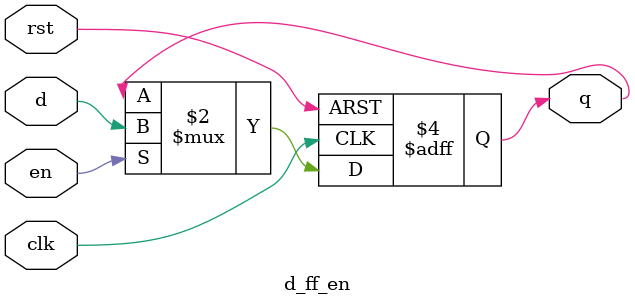
<source format=sv>
module  d_ff_en
(
input        d,
input        clk,
input        rst,
input        en,
output logic q
);
always_ff @(posedge clk or posedge rst) 
begin
  if (rst) 
    q <= 1'b0;
  else if (en)
    q <= d; 
end
endmodule
</source>
